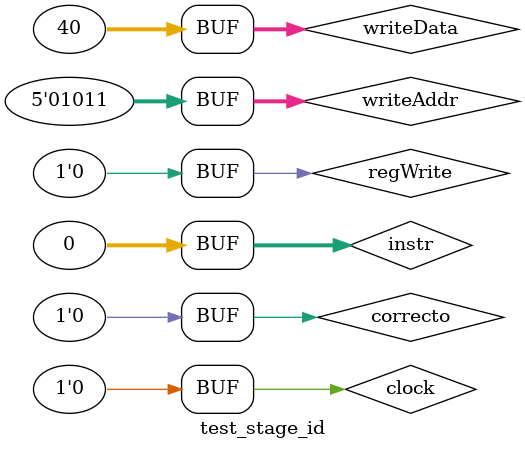
<source format=v>
`timescale 1ns / 1ps


module test_stage_id;

	// Inputs
	reg clock;
	reg [31:0] instr;
	reg [31:0] writeData;
	reg [4:0] writeAddr;
	reg regWrite;

	// Outputs
	wire [3:0] aluOp;
	wire isJump;
	wire isNotConditional;
	wire isEq;
	wire memWrite;
	wire [1:0] wbi;
	wire memRead;
	wire aluSrc;
	wire [31:0] reg1;
	wire [31:0] reg2;
	wire [31:0] extendedInstr;
	wire [4:0] regAddr1;
	wire [4:0] regAddr2;
	wire regDst;

	// Instantiate the Unit Under Test (UUT)
	stage_id uut (
		.clock(clock), 
		.instr(instr), 
		.writeData(writeData), 
		.writeAddr(writeAddr), 
		.regWrite(regWrite), 
		.aluOp(aluOp), 
		.isJump(isJump), 
		.isNotConditional(isNotConditional), 
		.isEq(isEq), 
		.memWrite(memWrite), 
		.wbi(wbi), 
		.memRead(memRead), 
		.aluSrc(aluSrc), 
		.reg1(reg1), 
		.reg2(reg2), 
		.extendedInstr(extendedInstr), 
		.regAddr1(regAddr1), 
		.regAddr2(regAddr2), 
		.regDst(regDst)
	);

reg correcto;

	initial begin
		// Initialize Inputs
		clock = 0;
		instr = 0;
		writeData = 0;
		writeAddr = 0;
		regWrite = 0;
		correcto = 0;

		// Wait 100 ns for global reset to finish
		#100;
        
		// Add stimulus here
		
		// 1st clock ADD
		clock = ~clock; 
		instr = 32'b0000_0000_0000_0000_0000_0000_0010_0000;
		writeData = 5;
		writeAddr = 1;
		regWrite = 1;
		#10;
		clock = ~clock;
		#10;
		correcto= 0;
		#1;
		// 2nd clock ANDI
		clock = ~clock;
		instr = 32'b0011_0000_0010_0010_0000_1000_0010_0000; // leer reg1 ( reg1 Addr = 1 ) (reg2 Addr = 2)
		writeData = 6;
		writeAddr = 2;
		regWrite = 1;
		// comprobacion clock anterior ( 1 ) 
		#1;
		if( aluOp == 2 && isJump == 0  &&  memWrite == 0 && wbi[0]== 1 && wbi[1] == 1 && memRead == 0 && aluSrc == 0 && regDst == 1 && regAddr1 == 0 && regAddr2 == 0 ) // regAddr1 [15:11]
			correcto = 1 ;
			
		#10;
		clock = ~clock;
		#10;
		correcto= 0;
		#1;
		//3rd clock LH
		clock = ~clock; 
		instr = 32'b1000_0100_0010_0010_0000_0000_0010_0000;
		writeData = 13;
		writeAddr = 11;
		regWrite = 1;
		// comprobacion clock anterior ( 2 ) 
		#1;
		if(  aluOp == 4'b1100   &&  isJump == 0 && memWrite == 0 && wbi[0] == 1  && wbi[1] == 1 && memRead == 0  && aluSrc == 1   && regDst == 0  && reg1 == 5   && regAddr1 == 1 && regAddr2 == 2 ) // regAddr1 [15:11]
			correcto = 1 ;
		#10;
		clock = ~clock;
		#10;
		correcto= 0;
		#1;
		//4th clock SB
		clock = ~clock;
		instr = 32'b1010_0001_0110_0010_0000_1000_0010_0000;
		writeData = 14;
		writeAddr = 12;
		regWrite = 1;
		// comprobacion clock anterior ( 3 ) 
		#1;
		if(aluOp == 0 && isJump == 0 && memWrite == 0 && wbi[0] == 0 && wbi[1] == 1 && memRead == 1 && aluSrc == 1 && regDst == 0  && reg1 == 5 && reg2 == 6 && regAddr1 == 0 && regAddr2 == 2 ) // regAddr1 [15:11]
			correcto = 1 ;
		#10;
		clock = ~clock;
		#10;
		correcto= 0;
		#1;
		
		//5th clock J
		clock = ~clock;
		instr = 32'b0000_1001_0110_1100_0000_0000_0010_0000;
		writeData = 13;
		writeAddr = 13;
		regWrite = 0;
		// comprobacion clock anterior ( 4 ) 
		#1;
		if(aluOp == 0 && isJump == 0 && memWrite == 1 && wbi[1] == 0 && memRead == 0 && aluSrc == 1 && reg1 == 13 && reg2 == 6 && regAddr1 == 1 && regAddr2 == 2 ) // regAddr1 [15:11]
			correcto = 1 ;
		#10;
		clock = ~clock;
		#10;
		correcto= 0;
		#1;
		//6th clock BEQ
		clock = ~clock;
		instr = 32'b0001_0000_0010_0001_0000_1000_0010_0000;
		writeData = 40;
		writeAddr = 11;
		regWrite = 0;
				// comprobacion clock anterior ( 5 ) 
		#1;
		if( aluOp == 1 && isJump == 1 && isNotConditional == 1 && memWrite == 0 && wbi[1] == 0 && memRead == 0 && reg1 == 13 && reg2 == 14 && regAddr1 == 0 && regAddr2 == 12 ) // regAddr1 [15:11]
			correcto = 1 ;
		#10;
		clock = ~clock;
		#10;
				#10;
		correcto= 0;
		#1;
		//7th clock  R type - no importa ya que el objetivo es un clock de comprobacion.
		clock = ~clock;
		instr = 32'b0000_0000_0000_0000_0000_0000_0000_0000;
		writeData = 40;
		writeAddr = 11;
		regWrite = 0;
				// comprobacion clock anterior ( 6 ) 
		#1;
		if( aluOp == 1 && isJump == 1 && isNotConditional == 0 && isEq == 1 && memWrite == 0 && wbi[1] == 0 && memRead == 0  && reg1 == 5 && reg2 == 5 && regAddr1 == 1 && regAddr2 == 1 ) // regAddr1 [15:11]
			correcto = 1 ;
		#10;
		clock = ~clock;
		#10;
				#10;
		correcto= 0;
		#1;
		
	end
      
endmodule


</source>
